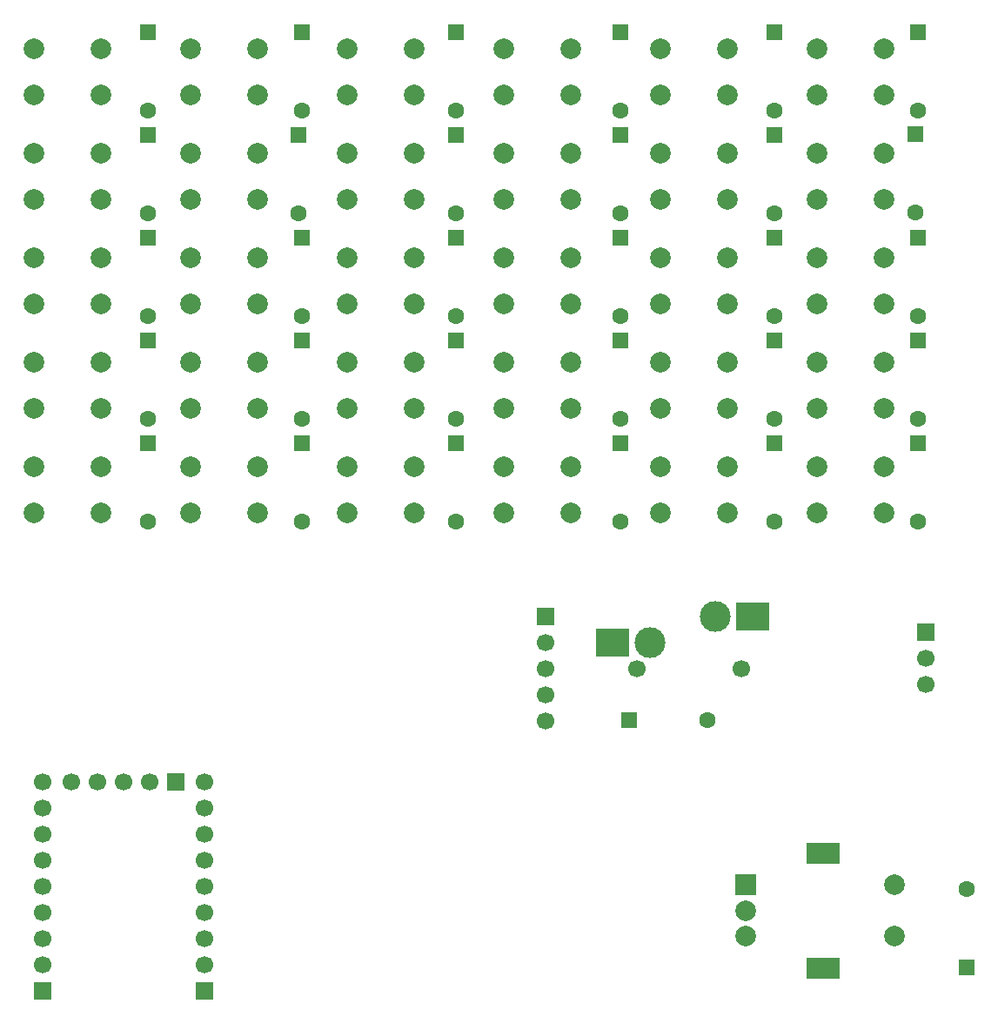
<source format=gbr>
%TF.GenerationSoftware,KiCad,Pcbnew,9.0.7*%
%TF.CreationDate,2026-02-01T21:10:00+09:00*%
%TF.ProjectId,YMMkeyboard,594d4d6b-6579-4626-9f61-72642e6b6963,rev?*%
%TF.SameCoordinates,Original*%
%TF.FileFunction,Soldermask,Bot*%
%TF.FilePolarity,Negative*%
%FSLAX46Y46*%
G04 Gerber Fmt 4.6, Leading zero omitted, Abs format (unit mm)*
G04 Created by KiCad (PCBNEW 9.0.7) date 2026-02-01 21:10:00*
%MOMM*%
%LPD*%
G01*
G04 APERTURE LIST*
G04 Aperture macros list*
%AMRoundRect*
0 Rectangle with rounded corners*
0 $1 Rounding radius*
0 $2 $3 $4 $5 $6 $7 $8 $9 X,Y pos of 4 corners*
0 Add a 4 corners polygon primitive as box body*
4,1,4,$2,$3,$4,$5,$6,$7,$8,$9,$2,$3,0*
0 Add four circle primitives for the rounded corners*
1,1,$1+$1,$2,$3*
1,1,$1+$1,$4,$5*
1,1,$1+$1,$6,$7*
1,1,$1+$1,$8,$9*
0 Add four rect primitives between the rounded corners*
20,1,$1+$1,$2,$3,$4,$5,0*
20,1,$1+$1,$4,$5,$6,$7,0*
20,1,$1+$1,$6,$7,$8,$9,0*
20,1,$1+$1,$8,$9,$2,$3,0*%
G04 Aperture macros list end*
%ADD10R,1.700000X1.700000*%
%ADD11C,1.700000*%
%ADD12RoundRect,0.250000X-0.550000X-0.550000X0.550000X-0.550000X0.550000X0.550000X-0.550000X0.550000X0*%
%ADD13C,1.600000*%
%ADD14C,3.000000*%
%ADD15R,3.200000X2.780000*%
%ADD16RoundRect,0.250000X-0.550000X0.550000X-0.550000X-0.550000X0.550000X-0.550000X0.550000X0.550000X0*%
%ADD17R,2.000000X2.000000*%
%ADD18C,2.000000*%
%ADD19R,3.200000X2.000000*%
%ADD20RoundRect,0.250000X0.550000X-0.550000X0.550000X0.550000X-0.550000X0.550000X-0.550000X-0.550000X0*%
G04 APERTURE END LIST*
D10*
%TO.C,U1*%
X118090000Y-118310000D03*
D11*
X118090000Y-115770000D03*
X118090000Y-113230000D03*
X118090000Y-110690000D03*
X118090000Y-108150000D03*
X118090000Y-105610000D03*
X118090000Y-103070000D03*
X118090000Y-100530000D03*
X118090000Y-97990000D03*
X120920000Y-98000000D03*
X123460000Y-98000000D03*
X126000000Y-98000000D03*
X128540000Y-98000000D03*
D10*
X131080000Y-98000000D03*
D11*
X133870000Y-97980000D03*
X133870000Y-100520000D03*
X133870000Y-103060000D03*
X133870000Y-105600000D03*
X133870000Y-108140000D03*
X133870000Y-110680000D03*
X133870000Y-113220000D03*
X133870000Y-115760000D03*
D10*
X133870000Y-118300000D03*
%TD*%
D12*
%TO.C,D29*%
X175190000Y-92000000D03*
D13*
X182810000Y-92000000D03*
%TD*%
D11*
%TO.C,REF\u002A\u002A*%
X175920000Y-87000000D03*
D14*
X177190000Y-84460000D03*
X183540000Y-81920000D03*
D11*
X186080000Y-87000000D03*
D15*
X173537000Y-84460000D03*
X187220000Y-81920000D03*
%TD*%
D13*
%TO.C,D9*%
X143000000Y-42730000D03*
D16*
X143000000Y-35110000D03*
%TD*%
%TO.C,D13*%
X203000000Y-35000000D03*
D13*
X203000000Y-42620000D03*
%TD*%
%TO.C,D3*%
X143300000Y-32700000D03*
D16*
X143300000Y-25080000D03*
%TD*%
D13*
%TO.C,D15*%
X143300000Y-52700000D03*
D16*
X143300000Y-45080000D03*
%TD*%
D13*
%TO.C,D12*%
X189300000Y-42700000D03*
D16*
X189300000Y-35080000D03*
%TD*%
D13*
%TO.C,D2*%
X128300000Y-32700000D03*
D16*
X128300000Y-25080000D03*
%TD*%
D17*
%TO.C,SW32*%
X186500000Y-108000000D03*
D18*
X186500000Y-113000000D03*
X186500000Y-110500000D03*
D19*
X194000000Y-104900000D03*
X194000000Y-116100000D03*
D18*
X201000000Y-113000000D03*
X201000000Y-108000000D03*
%TD*%
%TO.C,SW31*%
X193460000Y-67320000D03*
X199960000Y-67320000D03*
X193460000Y-71820000D03*
X199960000Y-71820000D03*
%TD*%
%TO.C,SW30*%
X178220000Y-67320000D03*
X184720000Y-67320000D03*
X178220000Y-71820000D03*
X184720000Y-71820000D03*
%TD*%
%TO.C,SW29*%
X162980000Y-67320000D03*
X169480000Y-67320000D03*
X162980000Y-71820000D03*
X169480000Y-71820000D03*
%TD*%
%TO.C,SW28*%
X147740000Y-67320000D03*
X154240000Y-67320000D03*
X147740000Y-71820000D03*
X154240000Y-71820000D03*
%TD*%
%TO.C,SW27*%
X132500000Y-67320000D03*
X139000000Y-67320000D03*
X132500000Y-71820000D03*
X139000000Y-71820000D03*
%TD*%
%TO.C,SW26*%
X117260000Y-67320000D03*
X123760000Y-67320000D03*
X117260000Y-71820000D03*
X123760000Y-71820000D03*
%TD*%
%TO.C,SW25*%
X193460000Y-57160000D03*
X199960000Y-57160000D03*
X193460000Y-61660000D03*
X199960000Y-61660000D03*
%TD*%
%TO.C,SW24*%
X178220000Y-57160000D03*
X184720000Y-57160000D03*
X178220000Y-61660000D03*
X184720000Y-61660000D03*
%TD*%
%TO.C,SW23*%
X162980000Y-57160000D03*
X169480000Y-57160000D03*
X162980000Y-61660000D03*
X169480000Y-61660000D03*
%TD*%
%TO.C,SW22*%
X147740000Y-57160000D03*
X154240000Y-57160000D03*
X147740000Y-61660000D03*
X154240000Y-61660000D03*
%TD*%
%TO.C,SW21*%
X132500000Y-57160000D03*
X139000000Y-57160000D03*
X132500000Y-61660000D03*
X139000000Y-61660000D03*
%TD*%
%TO.C,SW20*%
X117260000Y-57160000D03*
X123760000Y-57160000D03*
X117260000Y-61660000D03*
X123760000Y-61660000D03*
%TD*%
%TO.C,SW19*%
X193460000Y-47000000D03*
X199960000Y-47000000D03*
X193460000Y-51500000D03*
X199960000Y-51500000D03*
%TD*%
%TO.C,SW18*%
X178220000Y-47000000D03*
X184720000Y-47000000D03*
X178220000Y-51500000D03*
X184720000Y-51500000D03*
%TD*%
%TO.C,SW17*%
X162980000Y-47000000D03*
X169480000Y-47000000D03*
X162980000Y-51500000D03*
X169480000Y-51500000D03*
%TD*%
%TO.C,SW16*%
X147740000Y-47000000D03*
X154240000Y-47000000D03*
X147740000Y-51500000D03*
X154240000Y-51500000D03*
%TD*%
%TO.C,SW15*%
X132500000Y-47000000D03*
X139000000Y-47000000D03*
X132500000Y-51500000D03*
X139000000Y-51500000D03*
%TD*%
%TO.C,SW14*%
X117260000Y-47000000D03*
X123760000Y-47000000D03*
X117260000Y-51500000D03*
X123760000Y-51500000D03*
%TD*%
%TO.C,SW13*%
X193460000Y-36840000D03*
X199960000Y-36840000D03*
X193460000Y-41340000D03*
X199960000Y-41340000D03*
%TD*%
%TO.C,SW12*%
X178220000Y-36840000D03*
X184720000Y-36840000D03*
X178220000Y-41340000D03*
X184720000Y-41340000D03*
%TD*%
%TO.C,SW11*%
X162980000Y-36840000D03*
X169480000Y-36840000D03*
X162980000Y-41340000D03*
X169480000Y-41340000D03*
%TD*%
%TO.C,SW10*%
X147740000Y-36840000D03*
X154240000Y-36840000D03*
X147740000Y-41340000D03*
X154240000Y-41340000D03*
%TD*%
%TO.C,SW9*%
X132500000Y-36840000D03*
X139000000Y-36840000D03*
X132500000Y-41340000D03*
X139000000Y-41340000D03*
%TD*%
%TO.C,SW8*%
X117260000Y-36840000D03*
X123760000Y-36840000D03*
X117260000Y-41340000D03*
X123760000Y-41340000D03*
%TD*%
%TO.C,SW7*%
X193460000Y-26680000D03*
X199960000Y-26680000D03*
X193460000Y-31180000D03*
X199960000Y-31180000D03*
%TD*%
%TO.C,SW6*%
X178220000Y-26680000D03*
X184720000Y-26680000D03*
X178220000Y-31180000D03*
X184720000Y-31180000D03*
%TD*%
%TO.C,SW5*%
X162980000Y-26680000D03*
X169480000Y-26680000D03*
X162980000Y-31180000D03*
X169480000Y-31180000D03*
%TD*%
%TO.C,SW4*%
X147740000Y-26680000D03*
X154240000Y-26680000D03*
X147740000Y-31180000D03*
X154240000Y-31180000D03*
%TD*%
%TO.C,SW3*%
X132500000Y-26735000D03*
X139000000Y-26735000D03*
X132500000Y-31235000D03*
X139000000Y-31235000D03*
%TD*%
%TO.C,SW2*%
X117260000Y-26680000D03*
X123760000Y-26680000D03*
X117260000Y-31180000D03*
X123760000Y-31180000D03*
%TD*%
D10*
%TO.C,J3*%
X204000000Y-83460000D03*
D11*
X204000000Y-86000000D03*
X204000000Y-88540000D03*
%TD*%
D10*
%TO.C,J1*%
X167000000Y-81920000D03*
D11*
X167000000Y-84460000D03*
X167000000Y-87000000D03*
X167000000Y-89540000D03*
X167000000Y-92080000D03*
%TD*%
D20*
%TO.C,D32*%
X208000000Y-116000000D03*
D13*
X208000000Y-108380000D03*
%TD*%
D16*
%TO.C,D31*%
X203300000Y-65080000D03*
D13*
X203300000Y-72700000D03*
%TD*%
D16*
%TO.C,D30*%
X189300000Y-65080000D03*
D13*
X189300000Y-72700000D03*
%TD*%
D16*
%TO.C,D29*%
X174300000Y-65080000D03*
D13*
X174300000Y-72700000D03*
%TD*%
D16*
%TO.C,D28*%
X158300000Y-65080000D03*
D13*
X158300000Y-72700000D03*
%TD*%
D16*
%TO.C,D27*%
X143300000Y-65080000D03*
D13*
X143300000Y-72700000D03*
%TD*%
D16*
%TO.C,D26*%
X128300000Y-65080000D03*
D13*
X128300000Y-72700000D03*
%TD*%
D16*
%TO.C,D25*%
X203300000Y-55080000D03*
D13*
X203300000Y-62700000D03*
%TD*%
D16*
%TO.C,D24*%
X189300000Y-55080000D03*
D13*
X189300000Y-62700000D03*
%TD*%
D16*
%TO.C,D23*%
X174300000Y-55080000D03*
D13*
X174300000Y-62700000D03*
%TD*%
D16*
%TO.C,D22*%
X158300000Y-55080000D03*
D13*
X158300000Y-62700000D03*
%TD*%
D16*
%TO.C,D21*%
X143300000Y-55080000D03*
D13*
X143300000Y-62700000D03*
%TD*%
D16*
%TO.C,D20*%
X128300000Y-55080000D03*
D13*
X128300000Y-62700000D03*
%TD*%
D16*
%TO.C,D19*%
X203300000Y-45080000D03*
D13*
X203300000Y-52700000D03*
%TD*%
D16*
%TO.C,D18*%
X189300000Y-45080000D03*
D13*
X189300000Y-52700000D03*
%TD*%
D16*
%TO.C,D17*%
X174300000Y-45080000D03*
D13*
X174300000Y-52700000D03*
%TD*%
D16*
%TO.C,D16*%
X158300000Y-45080000D03*
D13*
X158300000Y-52700000D03*
%TD*%
D16*
%TO.C,D14*%
X128300000Y-45080000D03*
D13*
X128300000Y-52700000D03*
%TD*%
D16*
%TO.C,D11*%
X174300000Y-35080000D03*
D13*
X174300000Y-42700000D03*
%TD*%
D16*
%TO.C,D10*%
X158300000Y-35080000D03*
D13*
X158300000Y-42700000D03*
%TD*%
D16*
%TO.C,D8*%
X128300000Y-35080000D03*
D13*
X128300000Y-42700000D03*
%TD*%
D16*
%TO.C,D7*%
X203300000Y-25080000D03*
D13*
X203300000Y-32700000D03*
%TD*%
D16*
%TO.C,D6*%
X189300000Y-25080000D03*
D13*
X189300000Y-32700000D03*
%TD*%
D16*
%TO.C,D5*%
X174300000Y-25080000D03*
D13*
X174300000Y-32700000D03*
%TD*%
D16*
%TO.C,D4*%
X158300000Y-25080000D03*
D13*
X158300000Y-32700000D03*
%TD*%
M02*

</source>
